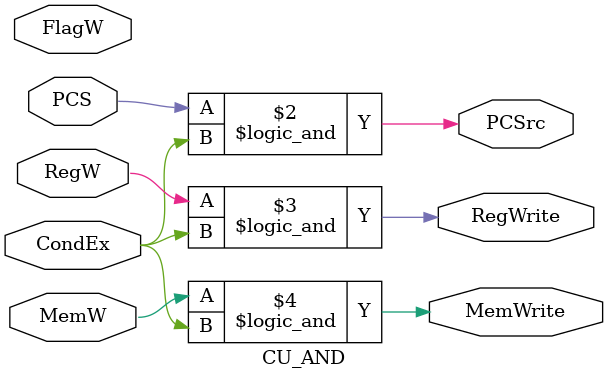
<source format=sv>
module CU_AND (input logic PCS,
					input logic RegW,
					input logic MemW,
					input logic [1:0] FlagW,
					input logic CondEx,
					output logic PCSrc,
					output logic RegWrite,
					output logic MemWrite);
		
		always_comb 
		begin
			PCSrc = PCS && CondEx;
			RegWrite = RegW && CondEx;
			MemWrite = MemW && CondEx;
		end				
	
endmodule 
</source>
